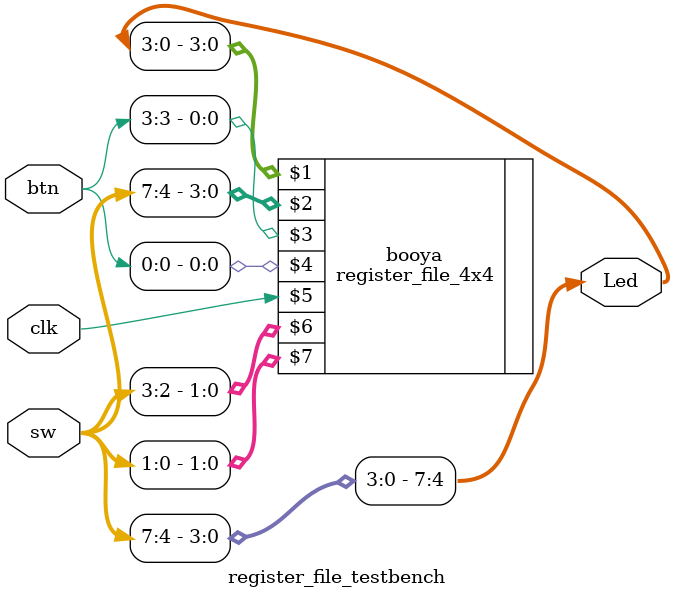
<source format=v>
module register_file_testbench(Led, sw, btn, clk);
	output[7:0] Led;
	input [7:0] sw;
	input [3:0] btn;
	input clk;
	
//module register_file_4x4(out, in, write, clr, clk, wr_address, r_address);
	register_file_4x4 booya(Led[3:0],sw[7:4],btn[3],btn[0],clk,sw[3:2],sw[1:0]);
	buf(Led[7], sw[7]); // Now we have to buffer the output leds to the inputs	
	buf(Led[6], sw[6]);	
	buf(Led[5], sw[5]);	
	buf(Led[4], sw[4]);	
endmodule


</source>
